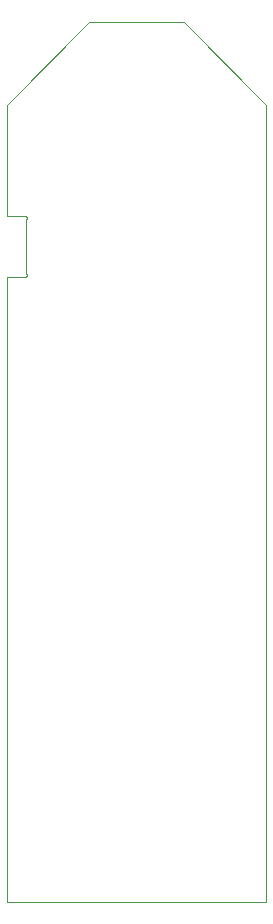
<source format=gko>
G75*
%MOIN*%
%OFA0B0*%
%FSLAX25Y25*%
%IPPOS*%
%LPD*%
%AMOC8*
5,1,8,0,0,1.08239X$1,22.5*
%
%ADD10C,0.00000*%
D10*
X0071197Y0048559D02*
X0071197Y0257024D01*
X0076512Y0257024D01*
X0076553Y0256985D01*
X0076597Y0256949D01*
X0076644Y0256916D01*
X0076693Y0256886D01*
X0076743Y0256860D01*
X0076796Y0256837D01*
X0076849Y0256818D01*
X0076904Y0256803D01*
X0076960Y0256791D01*
X0077017Y0256783D01*
X0077073Y0256779D01*
X0077131Y0256779D01*
X0077187Y0256783D01*
X0077244Y0256791D01*
X0077300Y0256803D01*
X0077355Y0256818D01*
X0077408Y0256837D01*
X0077461Y0256860D01*
X0077511Y0256886D01*
X0077560Y0256916D01*
X0077607Y0256949D01*
X0077651Y0256985D01*
X0077692Y0257024D01*
X0077731Y0257065D01*
X0077767Y0257109D01*
X0077800Y0257156D01*
X0077830Y0257205D01*
X0077856Y0257255D01*
X0077879Y0257308D01*
X0077898Y0257361D01*
X0077913Y0257416D01*
X0077925Y0257472D01*
X0077933Y0257529D01*
X0077937Y0257585D01*
X0077937Y0257643D01*
X0077933Y0257699D01*
X0077925Y0257756D01*
X0077913Y0257812D01*
X0077898Y0257867D01*
X0077879Y0257920D01*
X0077856Y0257973D01*
X0077830Y0258023D01*
X0077800Y0258072D01*
X0077767Y0258119D01*
X0077731Y0258163D01*
X0077692Y0258204D01*
X0077693Y0258205D02*
X0077693Y0275921D01*
X0077692Y0275922D02*
X0077731Y0275963D01*
X0077767Y0276007D01*
X0077800Y0276054D01*
X0077830Y0276103D01*
X0077856Y0276153D01*
X0077879Y0276206D01*
X0077898Y0276259D01*
X0077913Y0276314D01*
X0077925Y0276370D01*
X0077933Y0276427D01*
X0077937Y0276483D01*
X0077937Y0276541D01*
X0077933Y0276597D01*
X0077925Y0276654D01*
X0077913Y0276710D01*
X0077898Y0276765D01*
X0077879Y0276818D01*
X0077856Y0276871D01*
X0077830Y0276921D01*
X0077800Y0276970D01*
X0077767Y0277017D01*
X0077731Y0277061D01*
X0077692Y0277102D01*
X0077651Y0277141D01*
X0077607Y0277177D01*
X0077560Y0277210D01*
X0077511Y0277240D01*
X0077461Y0277266D01*
X0077408Y0277289D01*
X0077355Y0277308D01*
X0077300Y0277323D01*
X0077244Y0277335D01*
X0077187Y0277343D01*
X0077131Y0277347D01*
X0077073Y0277347D01*
X0077017Y0277343D01*
X0076960Y0277335D01*
X0076904Y0277323D01*
X0076849Y0277308D01*
X0076796Y0277289D01*
X0076743Y0277266D01*
X0076693Y0277240D01*
X0076644Y0277210D01*
X0076597Y0277177D01*
X0076553Y0277141D01*
X0076512Y0277102D01*
X0071197Y0277102D01*
X0071197Y0314307D01*
X0098756Y0341866D01*
X0130252Y0341866D01*
X0157811Y0314307D01*
X0157811Y0048559D01*
X0071197Y0048559D01*
M02*

</source>
